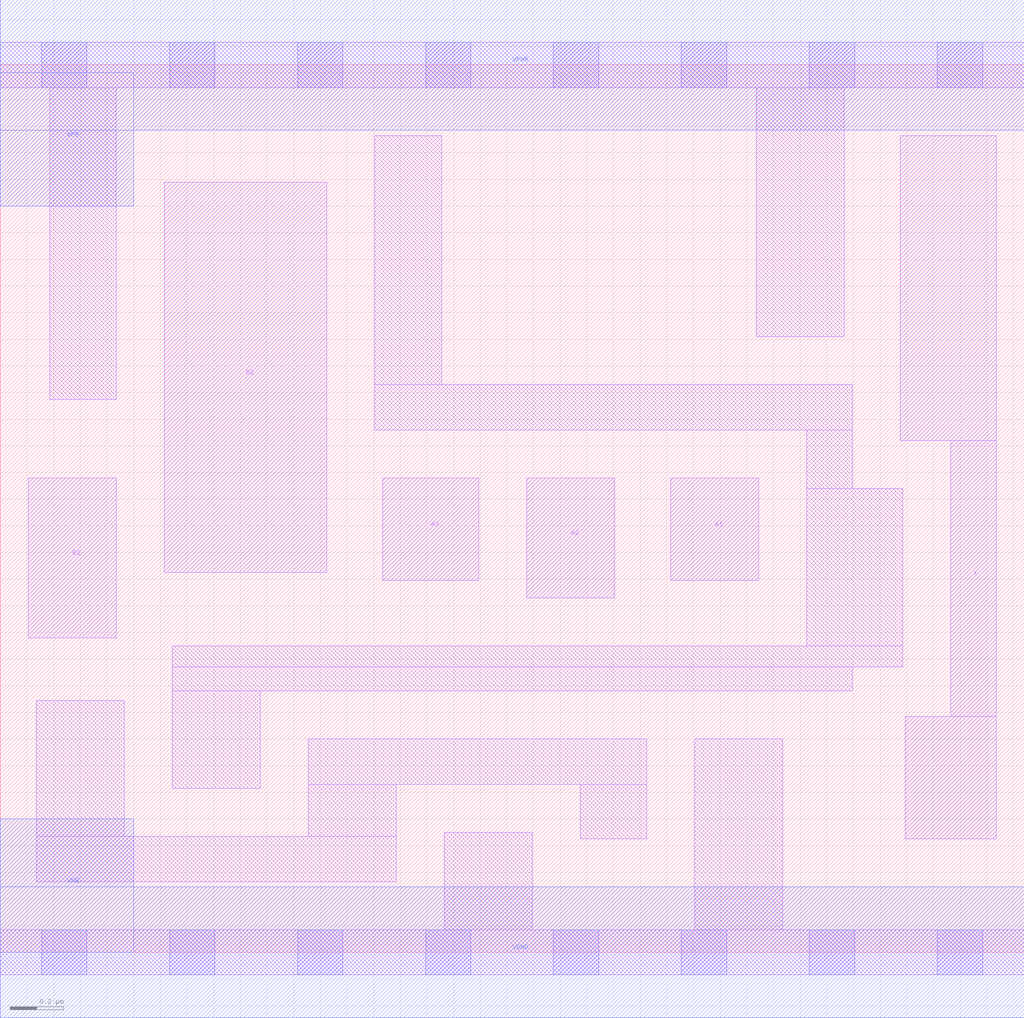
<source format=lef>
# Copyright 2020 The SkyWater PDK Authors
#
# Licensed under the Apache License, Version 2.0 (the "License");
# you may not use this file except in compliance with the License.
# You may obtain a copy of the License at
#
#     https://www.apache.org/licenses/LICENSE-2.0
#
# Unless required by applicable law or agreed to in writing, software
# distributed under the License is distributed on an "AS IS" BASIS,
# WITHOUT WARRANTIES OR CONDITIONS OF ANY KIND, either express or implied.
# See the License for the specific language governing permissions and
# limitations under the License.
#
# SPDX-License-Identifier: Apache-2.0

VERSION 5.5 ;
NAMESCASESENSITIVE ON ;
BUSBITCHARS "[]" ;
DIVIDERCHAR "/" ;
MACRO sky130_fd_sc_lp__o32a_lp
  CLASS CORE ;
  SOURCE USER ;
  ORIGIN  0.000000  0.000000 ;
  SIZE  3.840000 BY  3.330000 ;
  SYMMETRY X Y R90 ;
  SITE unit ;
  PIN A1
    ANTENNAGATEAREA  0.313000 ;
    DIRECTION INPUT ;
    USE SIGNAL ;
    PORT
      LAYER li1 ;
        RECT 2.515000 1.395000 2.845000 1.780000 ;
    END
  END A1
  PIN A2
    ANTENNAGATEAREA  0.313000 ;
    DIRECTION INPUT ;
    USE SIGNAL ;
    PORT
      LAYER li1 ;
        RECT 1.975000 1.330000 2.305000 1.780000 ;
    END
  END A2
  PIN A3
    ANTENNAGATEAREA  0.313000 ;
    DIRECTION INPUT ;
    USE SIGNAL ;
    PORT
      LAYER li1 ;
        RECT 1.435000 1.395000 1.795000 1.780000 ;
    END
  END A3
  PIN B1
    ANTENNAGATEAREA  0.313000 ;
    DIRECTION INPUT ;
    USE SIGNAL ;
    PORT
      LAYER li1 ;
        RECT 0.105000 1.180000 0.435000 1.780000 ;
    END
  END B1
  PIN B2
    ANTENNAGATEAREA  0.313000 ;
    DIRECTION INPUT ;
    USE SIGNAL ;
    PORT
      LAYER li1 ;
        RECT 0.615000 1.425000 1.225000 2.890000 ;
    END
  END B2
  PIN X
    ANTENNADIFFAREA  0.404700 ;
    DIRECTION OUTPUT ;
    USE SIGNAL ;
    PORT
      LAYER li1 ;
        RECT 3.375000 1.920000 3.735000 3.065000 ;
        RECT 3.395000 0.425000 3.735000 0.885000 ;
        RECT 3.565000 0.885000 3.735000 1.920000 ;
    END
  END X
  PIN VGND
    DIRECTION INOUT ;
    USE GROUND ;
    PORT
      LAYER met1 ;
        RECT 0.000000 -0.245000 3.840000 0.245000 ;
    END
  END VGND
  PIN VNB
    DIRECTION INOUT ;
    USE GROUND ;
    PORT
      LAYER met1 ;
        RECT 0.000000 0.000000 0.500000 0.500000 ;
    END
  END VNB
  PIN VPB
    DIRECTION INOUT ;
    USE POWER ;
    PORT
      LAYER met1 ;
        RECT 0.000000 2.800000 0.500000 3.300000 ;
    END
  END VPB
  PIN VPWR
    DIRECTION INOUT ;
    USE POWER ;
    PORT
      LAYER met1 ;
        RECT 0.000000 3.085000 3.840000 3.575000 ;
    END
  END VPWR
  OBS
    LAYER li1 ;
      RECT 0.000000 -0.085000 3.840000 0.085000 ;
      RECT 0.000000  3.245000 3.840000 3.415000 ;
      RECT 0.135000  0.265000 1.485000 0.435000 ;
      RECT 0.135000  0.435000 0.465000 0.945000 ;
      RECT 0.185000  2.075000 0.435000 3.245000 ;
      RECT 0.645000  0.615000 0.975000 0.980000 ;
      RECT 0.645000  0.980000 3.195000 1.070000 ;
      RECT 0.645000  1.070000 3.385000 1.150000 ;
      RECT 1.155000  0.435000 1.485000 0.630000 ;
      RECT 1.155000  0.630000 2.425000 0.800000 ;
      RECT 1.405000  1.960000 3.195000 2.130000 ;
      RECT 1.405000  2.130000 1.655000 3.065000 ;
      RECT 1.665000  0.085000 1.995000 0.450000 ;
      RECT 2.175000  0.425000 2.425000 0.630000 ;
      RECT 2.605000  0.085000 2.935000 0.800000 ;
      RECT 2.835000  2.310000 3.165000 3.245000 ;
      RECT 3.025000  1.150000 3.385000 1.740000 ;
      RECT 3.025000  1.740000 3.195000 1.960000 ;
    LAYER mcon ;
      RECT 0.155000 -0.085000 0.325000 0.085000 ;
      RECT 0.155000  3.245000 0.325000 3.415000 ;
      RECT 0.635000 -0.085000 0.805000 0.085000 ;
      RECT 0.635000  3.245000 0.805000 3.415000 ;
      RECT 1.115000 -0.085000 1.285000 0.085000 ;
      RECT 1.115000  3.245000 1.285000 3.415000 ;
      RECT 1.595000 -0.085000 1.765000 0.085000 ;
      RECT 1.595000  3.245000 1.765000 3.415000 ;
      RECT 2.075000 -0.085000 2.245000 0.085000 ;
      RECT 2.075000  3.245000 2.245000 3.415000 ;
      RECT 2.555000 -0.085000 2.725000 0.085000 ;
      RECT 2.555000  3.245000 2.725000 3.415000 ;
      RECT 3.035000 -0.085000 3.205000 0.085000 ;
      RECT 3.035000  3.245000 3.205000 3.415000 ;
      RECT 3.515000 -0.085000 3.685000 0.085000 ;
      RECT 3.515000  3.245000 3.685000 3.415000 ;
  END
END sky130_fd_sc_lp__o32a_lp

</source>
